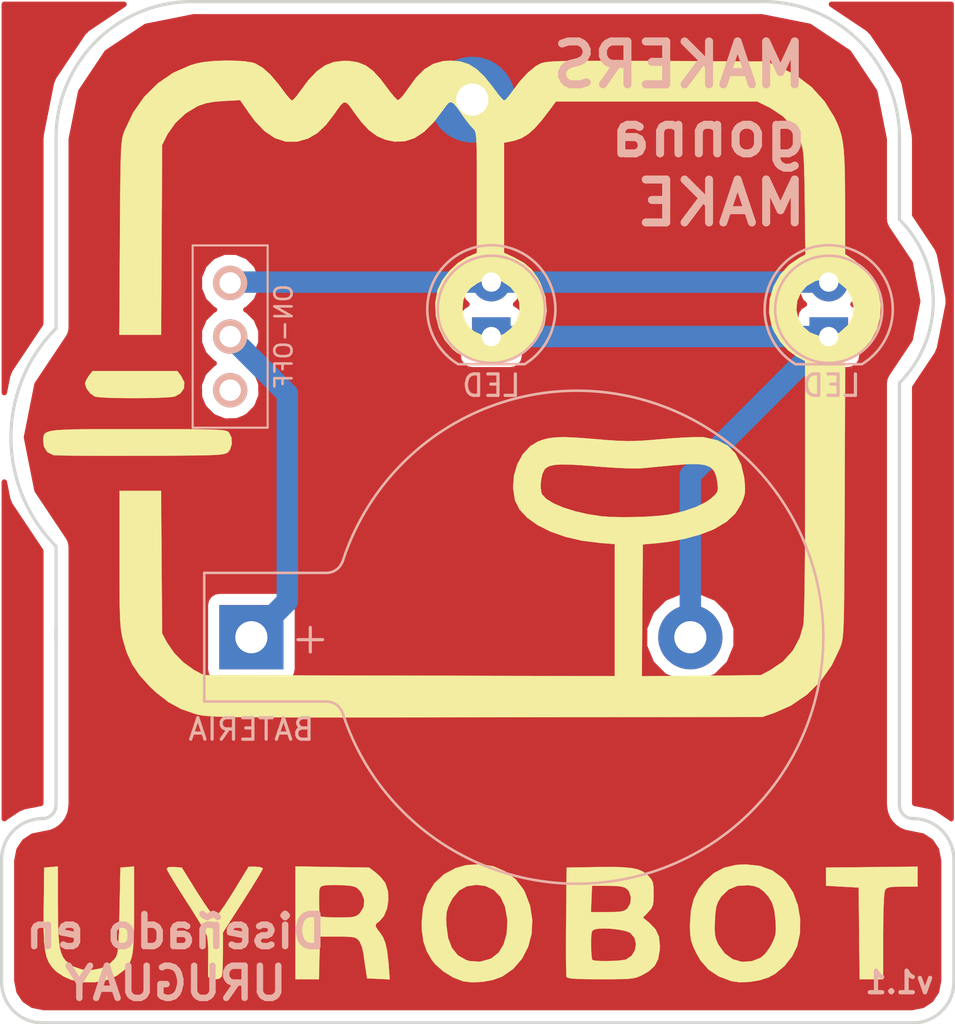
<source format=kicad_pcb>
(kicad_pcb (version 4) (host pcbnew 4.0.7-e2-6376~61~ubuntu18.04.1)

  (general
    (links 5)
    (no_connects 0)
    (area 106.604999 81.839999 151.205001 129.615001)
    (thickness 1.6)
    (drawings 24)
    (tracks 9)
    (zones 0)
    (modules 6)
    (nets 4)
  )

  (page A4)
  (layers
    (0 F.Cu signal)
    (31 B.Cu signal)
    (32 B.Adhes user)
    (33 F.Adhes user)
    (34 B.Paste user)
    (35 F.Paste user)
    (36 B.SilkS user)
    (37 F.SilkS user)
    (38 B.Mask user)
    (39 F.Mask user)
    (40 Dwgs.User user)
    (41 Cmts.User user)
    (42 Eco1.User user)
    (43 Eco2.User user)
    (44 Edge.Cuts user)
    (45 Margin user)
    (46 B.CrtYd user)
    (47 F.CrtYd user)
    (48 B.Fab user)
    (49 F.Fab user)
  )

  (setup
    (last_trace_width 1)
    (trace_clearance 0.2)
    (zone_clearance 0.508)
    (zone_45_only no)
    (trace_min 0.2)
    (segment_width 0.2)
    (edge_width 0.15)
    (via_size 0.6)
    (via_drill 0.4)
    (via_min_size 0.4)
    (via_min_drill 0.3)
    (uvia_size 0.3)
    (uvia_drill 0.1)
    (uvias_allowed no)
    (uvia_min_size 0.2)
    (uvia_min_drill 0.1)
    (pcb_text_width 0.3)
    (pcb_text_size 1.5 1.5)
    (mod_edge_width 0.15)
    (mod_text_size 1 1)
    (mod_text_width 0.15)
    (pad_size 6 6)
    (pad_drill 1)
    (pad_to_mask_clearance 0.2)
    (aux_axis_origin 0 0)
    (visible_elements FFFFFF7F)
    (pcbplotparams
      (layerselection 0x010f0_80000001)
      (usegerberextensions true)
      (excludeedgelayer true)
      (linewidth 0.100000)
      (plotframeref false)
      (viasonmask false)
      (mode 1)
      (useauxorigin false)
      (hpglpennumber 1)
      (hpglpenspeed 20)
      (hpglpendiameter 15)
      (hpglpenoverlay 2)
      (psnegative false)
      (psa4output false)
      (plotreference true)
      (plotvalue true)
      (plotinvisibletext false)
      (padsonsilk false)
      (subtractmaskfromsilk false)
      (outputformat 1)
      (mirror false)
      (drillshape 0)
      (scaleselection 1)
      (outputdirectory ./))
  )

  (net 0 "")
  (net 1 "Net-(BT1-Pad2)")
  (net 2 "Net-(BT1-Pad1)")
  (net 3 "Net-(D1-Pad2)")

  (net_class Default "This is the default net class."
    (clearance 0.2)
    (trace_width 1)
    (via_dia 0.6)
    (via_drill 0.4)
    (uvia_dia 0.3)
    (uvia_drill 0.1)
    (add_net "Net-(BT1-Pad1)")
    (add_net "Net-(BT1-Pad2)")
    (add_net "Net-(D1-Pad2)")
  )

  (module Battery:LOGO_UY (layer F.Cu) (tedit 5B2695D1) (tstamp 5B268197)
    (at 129.032 106.172)
    (fp_text reference "" (at 0 0) (layer F.SilkS) hide
      (effects (font (thickness 0.3)))
    )
    (fp_text value "" (at 0.75 0) (layer F.SilkS) hide
      (effects (font (thickness 0.3)))
    )
    (fp_poly (pts (xy -16.171333 18.073942) (xy -16.173743 18.77715) (xy -16.183383 19.333836) (xy -16.20387 19.766772)
      (xy -16.238819 20.098731) (xy -16.291847 20.352487) (xy -16.36657 20.55081) (xy -16.466604 20.716475)
      (xy -16.595566 20.872253) (xy -16.619874 20.898584) (xy -16.987957 21.179728) (xy -17.463453 21.374243)
      (xy -18.003909 21.474326) (xy -18.566874 21.472179) (xy -19.109893 21.36) (xy -19.117476 21.357504)
      (xy -19.4474 21.209959) (xy -19.756198 21.010081) (xy -19.859835 20.920451) (xy -20.025928 20.73749)
      (xy -20.155237 20.538397) (xy -20.251759 20.300529) (xy -20.31949 20.00124) (xy -20.362424 19.617887)
      (xy -20.384557 19.127825) (xy -20.389886 18.508409) (xy -20.385227 17.942893) (xy -20.362333 16.129)
      (xy -20.044833 16.102722) (xy -19.727333 16.076445) (xy -19.726861 17.838389) (xy -19.7224 18.545725)
      (xy -19.707396 19.105919) (xy -19.678783 19.540996) (xy -19.633497 19.872981) (xy -19.568472 20.123901)
      (xy -19.480644 20.315781) (xy -19.366947 20.470647) (xy -19.359385 20.479078) (xy -19.01867 20.738956)
      (xy -18.6023 20.882193) (xy -18.152813 20.910674) (xy -17.712748 20.826282) (xy -17.324646 20.6309)
      (xy -17.066352 20.377556) (xy -17.01038 20.290907) (xy -16.966867 20.187292) (xy -16.933621 20.04412)
      (xy -16.908452 19.838803) (xy -16.889167 19.54875) (xy -16.873574 19.151371) (xy -16.859482 18.624078)
      (xy -16.848667 18.13389) (xy -16.806333 16.129) (xy -16.488833 16.102722) (xy -16.171333 16.076445)
      (xy -16.171333 18.073942)) (layer F.SilkS) (width 0.01))
    (fp_poly (pts (xy 0.611698 16.072467) (xy 1.169902 16.312273) (xy 1.644559 16.677402) (xy 2.011999 17.156998)
      (xy 2.069871 17.264378) (xy 2.31582 17.911275) (xy 2.418966 18.570706) (xy 2.385903 19.218361)
      (xy 2.22323 19.829928) (xy 1.937541 20.381097) (xy 1.535432 20.847556) (xy 1.0235 21.204996)
      (xy 0.997001 21.218627) (xy 0.592206 21.365499) (xy 0.107217 21.456013) (xy -0.383038 21.481469)
      (xy -0.803636 21.433167) (xy -0.818505 21.429435) (xy -1.275616 21.252341) (xy -1.72531 20.976517)
      (xy -2.104374 20.64479) (xy -2.261309 20.451918) (xy -2.509248 20.0254) (xy -2.662004 19.581572)
      (xy -2.735018 19.065088) (xy -2.746908 18.711333) (xy -2.72278 18.45589) (xy -1.599393 18.45589)
      (xy -1.591603 18.796) (xy -1.512096 19.404278) (xy -1.332568 19.878311) (xy -1.050144 20.222552)
      (xy -0.66195 20.441449) (xy -0.497603 20.489985) (xy -0.027268 20.518344) (xy 0.444785 20.390541)
      (xy 0.522492 20.353414) (xy 0.844849 20.096801) (xy 1.080907 19.712883) (xy 1.221227 19.225237)
      (xy 1.256367 18.657445) (xy 1.249944 18.536357) (xy 1.149319 17.95838) (xy 0.942262 17.503194)
      (xy 0.634192 17.176861) (xy 0.230527 16.98544) (xy -0.18345 16.933333) (xy -0.634351 16.997121)
      (xy -0.99759 17.196432) (xy -1.291774 17.54319) (xy -1.381586 17.701052) (xy -1.508315 17.967852)
      (xy -1.576436 18.196099) (xy -1.599393 18.45589) (xy -2.72278 18.45589) (xy -2.680167 18.004756)
      (xy -2.477927 17.38287) (xy -2.149688 16.857964) (xy -1.704947 16.442327) (xy -1.153203 16.148248)
      (xy -0.660667 16.012238) (xy -0.006382 15.968837) (xy 0.611698 16.072467)) (layer F.SilkS) (width 0.01))
    (fp_poly (pts (xy 13.047256 16.050897) (xy 13.624263 16.264704) (xy 14.111276 16.621547) (xy 14.263475 16.783609)
      (xy 14.59286 17.289267) (xy 14.815651 17.889244) (xy 14.924423 18.540601) (xy 14.911753 19.200403)
      (xy 14.783023 19.788313) (xy 14.544464 20.27378) (xy 14.184721 20.722384) (xy 13.749413 21.084304)
      (xy 13.443355 21.251281) (xy 13.031558 21.381984) (xy 12.562038 21.459849) (xy 12.104552 21.47771)
      (xy 11.728857 21.428398) (xy 11.726333 21.427704) (xy 11.124903 21.204085) (xy 10.65159 20.891945)
      (xy 10.278714 20.469107) (xy 10.062139 20.094364) (xy 9.918319 19.783569) (xy 9.833353 19.529384)
      (xy 9.792186 19.262791) (xy 9.782601 18.994288) (xy 10.931786 18.994288) (xy 10.946462 19.261459)
      (xy 10.994018 19.470235) (xy 11.082638 19.675679) (xy 11.106617 19.722377) (xy 11.403387 20.132733)
      (xy 11.778575 20.403069) (xy 12.208234 20.525998) (xy 12.668413 20.494131) (xy 13.081 20.3314)
      (xy 13.283835 20.156232) (xy 13.492199 19.872611) (xy 13.575045 19.725956) (xy 13.699958 19.465366)
      (xy 13.767331 19.248764) (xy 13.789318 19.008642) (xy 13.778073 18.677495) (xy 13.774443 18.618501)
      (xy 13.720179 18.138047) (xy 13.613894 17.773113) (xy 13.435087 17.472842) (xy 13.217432 17.236788)
      (xy 12.998211 17.0708) (xy 12.742273 16.983129) (xy 12.501888 16.952105) (xy 12.000066 16.977979)
      (xy 11.585401 17.148069) (xy 11.252289 17.464926) (xy 11.19413 17.547387) (xy 11.079649 17.746673)
      (xy 11.007746 17.956947) (xy 10.965855 18.231316) (xy 10.941803 18.613655) (xy 10.931786 18.994288)
      (xy 9.782601 18.994288) (xy 9.779762 18.914769) (xy 9.779383 18.798049) (xy 9.820298 18.143735)
      (xy 9.951595 17.600992) (xy 10.186457 17.130682) (xy 10.459809 16.778018) (xy 10.891797 16.386759)
      (xy 11.373856 16.133002) (xy 11.937774 16.003524) (xy 12.379296 15.979719) (xy 13.047256 16.050897)) (layer F.SilkS) (width 0.01))
    (fp_poly (pts (xy -10.281759 16.106682) (xy -10.167311 16.156553) (xy -10.16 16.175003) (xy -10.203962 16.270079)
      (xy -10.326644 16.484217) (xy -10.514242 16.794656) (xy -10.752953 17.17864) (xy -11.028972 17.613408)
      (xy -11.091333 17.710507) (xy -12.022667 19.157674) (xy -12.022667 20.112912) (xy -12.027051 20.509306)
      (xy -12.038933 20.851021) (xy -12.056411 21.097712) (xy -12.074059 21.202075) (xy -12.184038 21.302599)
      (xy -12.368136 21.342169) (xy -12.558982 21.322293) (xy -12.689205 21.244478) (xy -12.710342 21.187833)
      (xy -12.713146 21.039539) (xy -12.711793 20.770169) (xy -12.706643 20.427919) (xy -12.703517 20.277667)
      (xy -12.706377 19.902351) (xy -12.728893 19.563162) (xy -12.766654 19.316517) (xy -12.782969 19.261667)
      (xy -12.858769 19.111658) (xy -13.011342 18.847557) (xy -13.224178 18.49659) (xy -13.480767 18.085986)
      (xy -13.763461 17.644725) (xy -14.038965 17.214769) (xy -14.279419 16.829718) (xy -14.470493 16.51333)
      (xy -14.597853 16.289368) (xy -14.647169 16.181591) (xy -14.647333 16.179356) (xy -14.567934 16.111397)
      (xy -14.331344 16.100529) (xy -14.294134 16.102965) (xy -13.940935 16.129) (xy -13.214634 17.292929)
      (xy -12.927423 17.740254) (xy -12.686778 18.088902) (xy -12.503621 18.324125) (xy -12.388871 18.431175)
      (xy -12.368245 18.435929) (xy -12.285294 18.359787) (xy -12.133649 18.162921) (xy -11.930881 17.870321)
      (xy -11.694558 17.506977) (xy -11.535031 17.250833) (xy -10.821906 16.086667) (xy -10.490953 16.086667)
      (xy -10.281759 16.106682)) (layer F.SilkS) (width 0.01))
    (fp_poly (pts (xy -6.914672 16.101592) (xy -5.193343 16.129) (xy -4.882583 16.36621) (xy -4.65461 16.577105)
      (xy -4.468656 16.810934) (xy -4.432816 16.872228) (xy -4.318228 17.229502) (xy -4.297248 17.632893)
      (xy -4.361192 18.032844) (xy -4.501377 18.3798) (xy -4.709117 18.624204) (xy -4.743997 18.647979)
      (xy -4.874462 18.753833) (xy -4.891771 18.868406) (xy -4.792188 19.035307) (xy -4.701227 19.147461)
      (xy -4.548159 19.373409) (xy -4.436269 19.654234) (xy -4.35612 20.024766) (xy -4.298276 20.519833)
      (xy -4.284916 20.683854) (xy -4.234813 21.344042) (xy -4.762733 21.318854) (xy -5.290653 21.293667)
      (xy -5.350864 20.912667) (xy -5.401701 20.572678) (xy -5.45197 20.209235) (xy -5.461845 20.133149)
      (xy -5.526327 19.847276) (xy -5.627887 19.603275) (xy -5.669656 19.540482) (xy -5.75569 19.45077)
      (xy -5.863193 19.393863) (xy -6.029722 19.362399) (xy -6.292836 19.349013) (xy -6.659849 19.346333)
      (xy -7.493 19.346333) (xy -7.516854 20.341167) (xy -7.540707 21.336) (xy -8.636 21.336)
      (xy -8.636 17.682835) (xy -7.535333 17.682835) (xy -7.528565 18.00278) (xy -7.510633 18.25382)
      (xy -7.485097 18.390677) (xy -7.478889 18.400889) (xy -7.374618 18.425462) (xy -7.14163 18.444624)
      (xy -6.82052 18.455681) (xy -6.628374 18.457333) (xy -6.249613 18.453728) (xy -5.998851 18.437205)
      (xy -5.834808 18.399201) (xy -5.716206 18.331154) (xy -5.626485 18.249515) (xy -5.452469 17.966926)
      (xy -5.424351 17.642816) (xy -5.542362 17.322) (xy -5.62119 17.215328) (xy -5.743215 17.092609)
      (xy -5.88036 17.017908) (xy -6.081044 16.975896) (xy -6.393688 16.951244) (xy -6.467607 16.947365)
      (xy -6.811116 16.938299) (xy -7.11313 16.944855) (xy -7.312676 16.965559) (xy -7.323416 16.968038)
      (xy -7.429717 17.004229) (xy -7.492824 17.071969) (xy -7.523966 17.209135) (xy -7.534371 17.453598)
      (xy -7.535333 17.682835) (xy -8.636 17.682835) (xy -8.636 16.074185) (xy -6.914672 16.101592)) (layer F.SilkS) (width 0.01))
    (fp_poly (pts (xy 6.633262 16.111881) (xy 7.028217 16.146964) (xy 7.328793 16.208731) (xy 7.559793 16.301551)
      (xy 7.746019 16.429798) (xy 7.845592 16.524535) (xy 7.975444 16.677857) (xy 8.047849 16.833166)
      (xy 8.079142 17.047079) (xy 8.085667 17.356667) (xy 8.078596 17.67763) (xy 8.046055 17.886713)
      (xy 7.971048 18.041157) (xy 7.836581 18.198203) (xy 7.83547 18.199363) (xy 7.585274 18.460511)
      (xy 7.88725 18.709426) (xy 8.171437 19.006387) (xy 8.328481 19.343929) (xy 8.375101 19.765778)
      (xy 8.366874 19.963817) (xy 8.294523 20.393761) (xy 8.130124 20.715477) (xy 7.844498 20.972081)
      (xy 7.582209 21.123265) (xy 7.42615 21.198689) (xy 7.279452 21.253808) (xy 7.112687 21.291799)
      (xy 6.89643 21.315838) (xy 6.601254 21.3291) (xy 6.197734 21.334761) (xy 5.656444 21.335997)
      (xy 5.611052 21.336) (xy 5.024662 21.332963) (xy 4.590185 21.32308) (xy 4.290293 21.305188)
      (xy 4.107661 21.278126) (xy 4.024963 21.240732) (xy 4.017698 21.229189) (xy 4.008036 21.120145)
      (xy 4.000694 20.863859) (xy 3.995828 20.48241) (xy 3.993596 19.997877) (xy 3.993875 19.714835)
      (xy 5.164667 19.714835) (xy 5.171435 20.03478) (xy 5.189367 20.28582) (xy 5.214903 20.422677)
      (xy 5.221111 20.432889) (xy 5.33748 20.465574) (xy 5.57368 20.483769) (xy 5.880897 20.488225)
      (xy 6.210315 20.479697) (xy 6.513119 20.458936) (xy 6.740496 20.426697) (xy 6.805727 20.408446)
      (xy 7.060982 20.234682) (xy 7.2139 19.976582) (xy 7.257847 19.681944) (xy 7.186187 19.398571)
      (xy 6.992284 19.174262) (xy 6.978358 19.164862) (xy 6.77312 19.085185) (xy 6.457845 19.021334)
      (xy 6.09155 18.979466) (xy 5.733255 18.965743) (xy 5.441979 18.986322) (xy 5.383148 18.998391)
      (xy 5.273623 19.0346) (xy 5.208593 19.100456) (xy 5.176481 19.233923) (xy 5.165709 19.472966)
      (xy 5.164667 19.714835) (xy 3.993875 19.714835) (xy 3.994154 19.432338) (xy 3.99766 18.807872)
      (xy 3.999189 18.625689) (xy 4.002991 18.203333) (xy 5.157248 18.203333) (xy 5.922957 18.203333)
      (xy 6.30328 18.198024) (xy 6.554541 18.177258) (xy 6.716811 18.133779) (xy 6.830164 18.06033)
      (xy 6.858 18.034) (xy 6.997216 17.790656) (xy 7.021487 17.500915) (xy 6.931343 17.234611)
      (xy 6.851198 17.138844) (xy 6.729292 17.057553) (xy 6.556865 17.008378) (xy 6.29317 16.984098)
      (xy 5.941031 16.977555) (xy 5.207 16.975667) (xy 5.157248 18.203333) (xy 4.002991 18.203333)
      (xy 4.021667 16.129) (xy 5.461 16.104278) (xy 6.119124 16.099109) (xy 6.633262 16.111881)) (layer F.SilkS) (width 0.01))
    (fp_poly (pts (xy 20.404667 17.018) (xy 19.687979 17.018) (xy 19.330029 17.022817) (xy 19.104023 17.042323)
      (xy 18.97272 17.0841) (xy 18.898879 17.155732) (xy 18.883645 17.181767) (xy 18.854818 17.321716)
      (xy 18.830969 17.614238) (xy 18.812778 18.042626) (xy 18.800922 18.590174) (xy 18.79608 19.240177)
      (xy 18.796 19.340767) (xy 18.796 21.336) (xy 17.698241 21.336) (xy 17.67562 19.198167)
      (xy 17.653 17.060333) (xy 16.129 16.975667) (xy 16.129 16.129) (xy 18.266833 16.106379)
      (xy 20.404667 16.083759) (xy 20.404667 17.018)) (layer F.SilkS) (width 0.01))
    (fp_poly (pts (xy -11.436215 -21.50093) (xy -10.995665 -21.470585) (xy -10.651278 -21.415665) (xy -10.517114 -21.374042)
      (xy -10.169411 -21.174928) (xy -9.812086 -20.857107) (xy -9.426909 -20.403211) (xy -9.255328 -20.171833)
      (xy -9.064823 -19.920013) (xy -8.905247 -19.733201) (xy -8.806077 -19.645367) (xy -8.796157 -19.642667)
      (xy -8.709009 -19.707228) (xy -8.566084 -19.874027) (xy -8.443755 -20.04188) (xy -8.02857 -20.598808)
      (xy -7.638196 -21.008065) (xy -7.249324 -21.284332) (xy -6.838642 -21.44229) (xy -6.382839 -21.496619)
      (xy -6.143755 -21.490363) (xy -5.724644 -21.426874) (xy -5.36046 -21.280743) (xy -5.020677 -21.031226)
      (xy -4.674769 -20.657575) (xy -4.416554 -20.316521) (xy -4.206056 -20.035192) (xy -4.021946 -19.812419)
      (xy -3.892149 -19.680994) (xy -3.857484 -19.660019) (xy -3.763818 -19.714263) (xy -3.612016 -19.880505)
      (xy -3.431328 -20.125701) (xy -3.389212 -20.189094) (xy -2.995444 -20.725944) (xy -2.6043 -21.110431)
      (xy -2.192994 -21.35761) (xy -1.738743 -21.482534) (xy -1.397 -21.505334) (xy -0.94822 -21.467502)
      (xy -0.55285 -21.34248) (xy -0.18434 -21.112977) (xy 0.183861 -20.761703) (xy 0.578304 -20.271367)
      (xy 0.650672 -20.171833) (xy 0.841177 -19.920013) (xy 1.000753 -19.733201) (xy 1.099923 -19.645367)
      (xy 1.109843 -19.642667) (xy 1.196991 -19.707228) (xy 1.339916 -19.874027) (xy 1.462245 -20.04188)
      (xy 1.837898 -20.53986) (xy 2.215543 -20.947401) (xy 2.57119 -21.240956) (xy 2.823001 -21.37762)
      (xy 2.912586 -21.405815) (xy 3.030425 -21.429622) (xy 3.189774 -21.449311) (xy 3.40389 -21.465148)
      (xy 3.686031 -21.477402) (xy 4.049453 -21.486342) (xy 4.507413 -21.492234) (xy 5.073167 -21.495348)
      (xy 5.759974 -21.495951) (xy 6.581089 -21.494312) (xy 7.54977 -21.490698) (xy 8.255 -21.487464)
      (xy 13.335 -21.463) (xy 13.917288 -21.2299) (xy 14.740423 -20.813257) (xy 15.458085 -20.268122)
      (xy 16.059836 -19.603988) (xy 16.518027 -18.864765) (xy 16.65338 -18.581396) (xy 16.762039 -18.308985)
      (xy 16.84688 -18.024654) (xy 16.910777 -17.705526) (xy 16.956608 -17.328724) (xy 16.987248 -16.871371)
      (xy 17.005572 -16.31059) (xy 17.014456 -15.623505) (xy 17.016748 -14.897332) (xy 17.018 -12.48033)
      (xy 17.460689 -12.187998) (xy 17.961794 -11.767115) (xy 18.331222 -11.269497) (xy 18.569723 -10.719043)
      (xy 18.678048 -10.139655) (xy 18.656947 -9.555235) (xy 18.50717 -8.989682) (xy 18.229467 -8.466899)
      (xy 17.82459 -8.010786) (xy 17.318504 -7.658658) (xy 17.023018 -7.499529) (xy 16.999342 -1.061598)
      (xy 16.994887 0.134553) (xy 16.990678 1.173458) (xy 16.986346 2.067207) (xy 16.981518 2.827884)
      (xy 16.975823 3.467579) (xy 16.968891 3.998378) (xy 16.960349 4.432369) (xy 16.949826 4.781638)
      (xy 16.936952 5.058273) (xy 16.921354 5.274362) (xy 16.902662 5.441991) (xy 16.880504 5.573249)
      (xy 16.854509 5.680221) (xy 16.824305 5.774997) (xy 16.789522 5.869662) (xy 16.786154 5.878589)
      (xy 16.387614 6.711226) (xy 15.863148 7.447103) (xy 15.227834 8.07129) (xy 14.496751 8.568857)
      (xy 13.722107 8.912416) (xy 13.165667 9.101667) (xy 0.254 9.11885) (xy -1.476012 9.1211)
      (xy -3.044995 9.122964) (xy -4.461254 9.124354) (xy -5.733092 9.125177) (xy -6.868814 9.125346)
      (xy -7.876725 9.12477) (xy -8.765128 9.12336) (xy -9.542328 9.121026) (xy -10.216628 9.117677)
      (xy -10.796334 9.113225) (xy -11.28975 9.10758) (xy -11.70518 9.100651) (xy -12.050927 9.092349)
      (xy -12.335297 9.082585) (xy -12.566594 9.071269) (xy -12.753121 9.05831) (xy -12.903184 9.043619)
      (xy -13.025085 9.027107) (xy -13.127131 9.008683) (xy -13.217625 8.988259) (xy -13.27901 8.9726)
      (xy -13.959027 8.739813) (xy -14.57098 8.407351) (xy -15.158185 7.94922) (xy -15.453114 7.667855)
      (xy -15.916106 7.153985) (xy -16.256749 6.652122) (xy -16.507583 6.105841) (xy -16.681184 5.538433)
      (xy -16.725012 5.354666) (xy -16.76052 5.167778) (xy -16.788569 4.958116) (xy -16.810023 4.706028)
      (xy -16.825744 4.391859) (xy -16.836594 3.995957) (xy -16.843436 3.498669) (xy -16.847133 2.88034)
      (xy -16.848546 2.121319) (xy -16.848667 1.722123) (xy -16.848667 -1.439333) (xy -14.908706 -1.439333)
      (xy -14.883853 1.883833) (xy -14.859 5.207) (xy -14.633295 5.630333) (xy -14.300434 6.115968)
      (xy -13.858784 6.563387) (xy -13.367655 6.913986) (xy -13.292667 6.954979) (xy -12.911667 7.154333)
      (xy 6.265333 7.199493) (xy 6.265333 1.040981) (xy 5.562268 0.986939) (xy 4.731217 0.881118)
      (xy 3.959004 0.701109) (xy 3.263735 0.456057) (xy 2.663515 0.155112) (xy 2.17645 -0.19258)
      (xy 1.820646 -0.577871) (xy 1.61421 -0.991612) (xy 1.608802 -1.010467) (xy 1.521697 -1.578426)
      (xy 1.524565 -1.618861) (xy 2.806787 -1.618861) (xy 2.843604 -1.351236) (xy 2.870638 -1.285002)
      (xy 3.064047 -1.072198) (xy 3.400718 -0.862955) (xy 3.854686 -0.666901) (xy 4.399988 -0.493666)
      (xy 5.010661 -0.35288) (xy 5.64542 -0.25591) (xy 6.080029 -0.224203) (xy 6.618299 -0.211804)
      (xy 7.20767 -0.217341) (xy 7.795586 -0.239444) (xy 8.329488 -0.276741) (xy 8.75682 -0.327859)
      (xy 8.820257 -0.338769) (xy 9.496268 -0.495541) (xy 10.082904 -0.697146) (xy 10.549599 -0.931851)
      (xy 10.758122 -1.082646) (xy 10.960092 -1.26446) (xy 11.059228 -1.404174) (xy 11.083219 -1.567568)
      (xy 11.061719 -1.803865) (xy 11.002767 -2.130408) (xy 10.900199 -2.374196) (xy 10.73376 -2.543369)
      (xy 10.483193 -2.646065) (xy 10.128243 -2.690422) (xy 9.648654 -2.684579) (xy 9.02417 -2.636675)
      (xy 8.995667 -2.633977) (xy 8.540548 -2.590836) (xy 8.089147 -2.548319) (xy 7.701295 -2.512047)
      (xy 7.486902 -2.492214) (xy 7.234699 -2.484417) (xy 6.852406 -2.491892) (xy 6.378419 -2.512983)
      (xy 5.851134 -2.546035) (xy 5.381619 -2.582997) (xy 4.700242 -2.637342) (xy 4.165867 -2.667547)
      (xy 3.757727 -2.672452) (xy 3.455056 -2.650897) (xy 3.237089 -2.601722) (xy 3.083059 -2.523768)
      (xy 3.000861 -2.450023) (xy 2.89361 -2.241569) (xy 2.826187 -1.940077) (xy 2.806787 -1.618861)
      (xy 1.524565 -1.618861) (xy 1.561933 -2.145536) (xy 1.717055 -2.679754) (xy 1.974603 -3.149038)
      (xy 2.322123 -3.521344) (xy 2.667 -3.732458) (xy 2.92302 -3.829721) (xy 3.193842 -3.896661)
      (xy 3.507185 -3.934546) (xy 3.890763 -3.94465) (xy 4.372295 -3.928242) (xy 4.979496 -3.886593)
      (xy 5.35196 -3.855568) (xy 5.941815 -3.806661) (xy 6.41393 -3.77532) (xy 6.818985 -3.761544)
      (xy 7.207659 -3.765329) (xy 7.630631 -3.786672) (xy 8.138581 -3.82557) (xy 8.483204 -3.855388)
      (xy 9.010386 -3.897009) (xy 9.509309 -3.927368) (xy 9.943397 -3.944914) (xy 10.276071 -3.948098)
      (xy 10.449377 -3.938672) (xy 11.057842 -3.798535) (xy 11.542562 -3.54731) (xy 11.908869 -3.179176)
      (xy 12.162093 -2.688309) (xy 12.307562 -2.06889) (xy 12.328351 -1.886504) (xy 12.351004 -1.541613)
      (xy 12.334296 -1.288525) (xy 12.267176 -1.052091) (xy 12.173279 -0.832121) (xy 11.895969 -0.386794)
      (xy 11.495149 -0.00929) (xy 10.951285 0.317849) (xy 10.812667 0.383802) (xy 10.239173 0.601768)
      (xy 9.558701 0.788358) (xy 8.832806 0.928634) (xy 8.297333 0.994306) (xy 7.577667 1.058333)
      (xy 7.555439 4.131794) (xy 7.533212 7.205256) (xy 10.307106 7.179794) (xy 13.081 7.154333)
      (xy 13.528408 6.9186) (xy 14.119792 6.517476) (xy 14.581375 6.0089) (xy 14.907313 5.400786)
      (xy 15.069405 4.832652) (xy 15.08674 4.65377) (xy 15.102393 4.314072) (xy 15.116249 3.82207)
      (xy 15.128196 3.186274) (xy 15.138117 2.415194) (xy 15.145899 1.517341) (xy 15.151427 0.501225)
      (xy 15.154586 -0.624642) (xy 15.155333 -1.556868) (xy 15.155333 -7.493291) (xy 14.761708 -7.702109)
      (xy 14.356699 -7.995001) (xy 13.988012 -8.404812) (xy 13.698023 -8.879233) (xy 13.585814 -9.153592)
      (xy 13.468619 -9.762635) (xy 13.475815 -9.887153) (xy 14.744968 -9.887153) (xy 14.827065 -9.486547)
      (xy 15.035292 -9.124399) (xy 15.372643 -8.833334) (xy 15.397355 -8.818669) (xy 15.801015 -8.667253)
      (xy 16.230123 -8.644114) (xy 16.627631 -8.748924) (xy 16.764861 -8.8265) (xy 17.14503 -9.166251)
      (xy 17.364675 -9.556105) (xy 17.422045 -9.990869) (xy 17.316781 -10.461708) (xy 17.082974 -10.856978)
      (xy 16.745666 -11.137607) (xy 16.338182 -11.288688) (xy 15.893846 -11.295311) (xy 15.617963 -11.221674)
      (xy 15.225497 -10.993479) (xy 14.947178 -10.673244) (xy 14.786004 -10.293594) (xy 14.744968 -9.887153)
      (xy 13.475815 -9.887153) (xy 13.504268 -10.379485) (xy 13.680449 -10.974553) (xy 13.984855 -11.518248)
      (xy 14.405175 -11.980981) (xy 14.903021 -12.319873) (xy 15.168824 -12.457325) (xy 15.137571 -14.885829)
      (xy 15.127717 -15.597523) (xy 15.117434 -16.162041) (xy 15.105036 -16.601535) (xy 15.088836 -16.938156)
      (xy 15.067149 -17.194058) (xy 15.038287 -17.391393) (xy 15.000566 -17.552312) (xy 14.952299 -17.698969)
      (xy 14.916336 -17.792454) (xy 14.587502 -18.397769) (xy 14.12564 -18.900606) (xy 13.538216 -19.293008)
      (xy 13.480622 -19.322056) (xy 12.915491 -19.600333) (xy 3.522407 -19.600333) (xy 3.242123 -19.219333)
      (xy 2.855923 -18.716484) (xy 2.524495 -18.341725) (xy 2.222113 -18.07417) (xy 1.923053 -17.892935)
      (xy 1.601588 -17.777132) (xy 1.414228 -17.735313) (xy 1.100667 -17.676488) (xy 1.100667 -12.54308)
      (xy 1.545167 -12.33874) (xy 2.02797 -12.073828) (xy 2.390597 -11.761566) (xy 2.682204 -11.354353)
      (xy 2.810083 -11.11383) (xy 3.033102 -10.483719) (xy 3.094345 -9.841855) (xy 2.993075 -9.210459)
      (xy 2.882956 -8.909464) (xy 2.621137 -8.47475) (xy 2.247666 -8.063639) (xy 1.812559 -7.722296)
      (xy 1.365832 -7.496886) (xy 1.344718 -7.489696) (xy 0.721475 -7.368526) (xy 0.080507 -7.399663)
      (xy -0.540733 -7.575322) (xy -1.104792 -7.887719) (xy -1.293351 -8.038024) (xy -1.664809 -8.470646)
      (xy -1.931645 -9.003317) (xy -2.083706 -9.595555) (xy -2.097866 -9.914608) (xy -0.838463 -9.914608)
      (xy -0.770367 -9.503732) (xy -0.612255 -9.17151) (xy -0.311002 -8.884317) (xy 0.081527 -8.700983)
      (xy 0.51423 -8.633696) (xy 0.936007 -8.694648) (xy 1.100494 -8.762911) (xy 1.421995 -9.012585)
      (xy 1.676668 -9.368398) (xy 1.821356 -9.768815) (xy 1.826411 -9.797929) (xy 1.814539 -10.222892)
      (xy 1.658846 -10.619412) (xy 1.38481 -10.955641) (xy 1.01791 -11.19973) (xy 0.611454 -11.31666)
      (xy 0.252218 -11.287321) (xy -0.126424 -11.136643) (xy -0.466722 -10.894018) (xy -0.662976 -10.668)
      (xy -0.803398 -10.324298) (xy -0.838463 -9.914608) (xy -2.097866 -9.914608) (xy -2.110838 -10.206877)
      (xy -2.002886 -10.796797) (xy -1.992971 -10.827385) (xy -1.778707 -11.265421) (xy -1.449155 -11.697144)
      (xy -1.051725 -12.070855) (xy -0.63383 -12.334853) (xy -0.59437 -12.352528) (xy -0.169333 -12.535374)
      (xy -0.169333 -15.356231) (xy -0.169619 -16.121646) (xy -0.171197 -16.735653) (xy -0.175145 -17.216178)
      (xy -0.182545 -17.581148) (xy -0.194475 -17.848487) (xy -0.212016 -18.036122) (xy -0.236246 -18.161979)
      (xy -0.268247 -18.243983) (xy -0.309098 -18.300061) (xy -0.348961 -18.338378) (xy -0.490825 -18.492976)
      (xy -0.680036 -18.733699) (xy -0.848058 -18.968744) (xy -1.079729 -19.300586) (xy -1.245846 -19.499193)
      (xy -1.373144 -19.573307) (xy -1.488355 -19.53167) (xy -1.618213 -19.383023) (xy -1.710991 -19.250908)
      (xy -2.175443 -18.639662) (xy -2.626562 -18.188887) (xy -3.077213 -17.891757) (xy -3.540264 -17.74145)
      (xy -4.02858 -17.73114) (xy -4.423223 -17.81236) (xy -4.820864 -17.979715) (xy -5.195764 -18.252904)
      (xy -5.570715 -18.651949) (xy -5.923747 -19.130368) (xy -6.116258 -19.401988) (xy -6.259639 -19.543421)
      (xy -6.386705 -19.551817) (xy -6.530268 -19.424325) (xy -6.72314 -19.158094) (xy -6.792753 -19.05487)
      (xy -7.20695 -18.510466) (xy -7.622688 -18.118818) (xy -8.06073 -17.864442) (xy -8.541842 -17.731856)
      (xy -8.573105 -17.727357) (xy -9.09707 -17.730557) (xy -9.594305 -17.890397) (xy -10.07091 -18.210452)
      (xy -10.532985 -18.694298) (xy -10.773006 -19.016814) (xy -11.218333 -19.661099) (xy -11.987712 -19.622069)
      (xy -12.459123 -19.583407) (xy -12.826381 -19.513876) (xy -13.153747 -19.400232) (xy -13.232015 -19.365611)
      (xy -13.764039 -19.041015) (xy -14.237114 -18.598533) (xy -14.60086 -18.086997) (xy -14.65177 -17.989459)
      (xy -14.859 -17.568333) (xy -14.905706 -8.720667) (xy -16.856919 -8.720667) (xy -16.829543 -13.229167)
      (xy -16.82336 -14.2188) (xy -16.817403 -15.054014) (xy -16.811035 -15.749719) (xy -16.803618 -16.320828)
      (xy -16.794516 -16.782251) (xy -16.783092 -17.1489) (xy -16.768708 -17.435687) (xy -16.750728 -17.657522)
      (xy -16.728514 -17.829318) (xy -16.701429 -17.965986) (xy -16.668836 -18.082437) (xy -16.630099 -18.193583)
      (xy -16.615816 -18.231749) (xy -16.214365 -19.078337) (xy -15.693984 -19.818802) (xy -15.067041 -20.441607)
      (xy -14.345902 -20.935214) (xy -13.542933 -21.288084) (xy -13.245905 -21.37593) (xy -12.877773 -21.4442)
      (xy -12.422976 -21.487769) (xy -11.927221 -21.506668) (xy -11.436215 -21.50093)) (layer F.SilkS) (width 0.01))
    (fp_poly (pts (xy -16.009825 -4.318) (xy -15.987289 -4.318) (xy -15.045063 -4.317705) (xy -14.257695 -4.316467)
      (xy -13.610711 -4.31376) (xy -13.089635 -4.309054) (xy -12.679993 -4.301824) (xy -12.36731 -4.291541)
      (xy -12.137112 -4.277678) (xy -11.974924 -4.259706) (xy -11.866271 -4.237099) (xy -11.796678 -4.209329)
      (xy -11.751671 -4.175868) (xy -11.739456 -4.163167) (xy -11.621632 -3.923309) (xy -11.606562 -3.630652)
      (xy -11.691079 -3.361175) (xy -11.777475 -3.251622) (xy -11.826324 -3.213772) (xy -11.891817 -3.182257)
      (xy -11.988992 -3.156436) (xy -12.132887 -3.135668) (xy -12.338542 -3.119312) (xy -12.620994 -3.106725)
      (xy -12.995282 -3.097267) (xy -13.476445 -3.090296) (xy -14.079521 -3.08517) (xy -14.819549 -3.081249)
      (xy -15.711567 -3.077891) (xy -15.862642 -3.077386) (xy -16.665124 -3.075645) (xy -17.419358 -3.075776)
      (xy -18.107679 -3.077649) (xy -18.712425 -3.081135) (xy -19.215931 -3.086103) (xy -19.600533 -3.092425)
      (xy -19.848567 -3.099971) (xy -19.939 -3.107293) (xy -20.221557 -3.25171) (xy -20.375851 -3.505408)
      (xy -20.404667 -3.725333) (xy -20.40567 -3.856505) (xy -20.399675 -3.966771) (xy -20.37318 -4.057941)
      (xy -20.31268 -4.131827) (xy -20.204671 -4.190242) (xy -20.03565 -4.234998) (xy -19.792112 -4.267905)
      (xy -19.460554 -4.290776) (xy -19.027472 -4.305423) (xy -18.479362 -4.313657) (xy -17.80272 -4.31729)
      (xy -16.984042 -4.318134) (xy -16.009825 -4.318)) (layer F.SilkS) (width 0.01))
    (fp_poly (pts (xy -13.976145 -6.804249) (xy -13.825136 -6.507014) (xy -13.83591 -6.228038) (xy -14.001063 -5.992555)
      (xy -14.257579 -5.845329) (xy -14.418119 -5.81713) (xy -14.713842 -5.794867) (xy -15.11172 -5.778575)
      (xy -15.57873 -5.768289) (xy -16.081847 -5.764045) (xy -16.588046 -5.765879) (xy -17.064301 -5.773826)
      (xy -17.477588 -5.787922) (xy -17.794882 -5.808203) (xy -17.983158 -5.834704) (xy -18.003774 -5.841287)
      (xy -18.211041 -5.986274) (xy -18.380175 -6.205186) (xy -18.456824 -6.426026) (xy -18.457333 -6.442088)
      (xy -18.407509 -6.602267) (xy -18.287101 -6.797517) (xy -18.281855 -6.804249) (xy -18.106377 -7.027333)
      (xy -14.151624 -7.027333) (xy -13.976145 -6.804249)) (layer F.SilkS) (width 0.01))
  )

  (module LEDs:LED_D5.0mm (layer B.Cu) (tedit 5B269653) (tstamp 5B268FDC)
    (at 129.54 97.536 90)
    (descr "LED, diameter 5.0mm, 2 pins, http://cdn-reichelt.de/documents/datenblatt/A500/LL-504BC2E-009.pdf")
    (tags "LED diameter 5.0mm 2 pins")
    (path /5B268C3E)
    (fp_text reference LED (at -2.286 0 360) (layer B.SilkS)
      (effects (font (size 1 1) (thickness 0.15)) (justify mirror))
    )
    (fp_text value LED (at 1.27 -3.96 90) (layer B.Fab) hide
      (effects (font (size 1 1) (thickness 0.15)) (justify mirror))
    )
    (fp_arc (start 1.27 0) (end -1.23 1.469694) (angle -299.1) (layer B.Fab) (width 0.1))
    (fp_arc (start 1.27 0) (end -1.29 1.54483) (angle -148.9) (layer B.SilkS) (width 0.12))
    (fp_arc (start 1.27 0) (end -1.29 -1.54483) (angle 148.9) (layer B.SilkS) (width 0.12))
    (fp_circle (center 1.27 0) (end 3.77 0) (layer B.Fab) (width 0.1))
    (fp_circle (center 1.27 0) (end 3.77 0) (layer B.SilkS) (width 0.12))
    (fp_line (start -1.23 1.469694) (end -1.23 -1.469694) (layer B.Fab) (width 0.1))
    (fp_line (start -1.29 1.545) (end -1.29 -1.545) (layer B.SilkS) (width 0.12))
    (fp_line (start -1.95 3.25) (end -1.95 -3.25) (layer B.CrtYd) (width 0.05))
    (fp_line (start -1.95 -3.25) (end 4.5 -3.25) (layer B.CrtYd) (width 0.05))
    (fp_line (start 4.5 -3.25) (end 4.5 3.25) (layer B.CrtYd) (width 0.05))
    (fp_line (start 4.5 3.25) (end -1.95 3.25) (layer B.CrtYd) (width 0.05))
    (fp_text user %R (at 1.25 0 90) (layer B.Fab)
      (effects (font (size 0.8 0.8) (thickness 0.2)) (justify mirror))
    )
    (pad 1 thru_hole rect (at 0 0 90) (size 1.8 1.8) (drill 0.9) (layers *.Cu *.Mask)
      (net 1 "Net-(BT1-Pad2)"))
    (pad 2 thru_hole circle (at 2.54 0 90) (size 1.8 1.8) (drill 0.9) (layers *.Cu *.Mask)
      (net 3 "Net-(D1-Pad2)"))
    (model ${KISYS3DMOD}/LEDs.3dshapes/LED_D5.0mm.wrl
      (at (xyz 0 0 0))
      (scale (xyz 0.393701 0.393701 0.393701))
      (rotate (xyz 0 0 0))
    )
  )

  (module LEDs:LED_D5.0mm (layer B.Cu) (tedit 5B2696D2) (tstamp 5B268FE2)
    (at 145.288 97.536 90)
    (descr "LED, diameter 5.0mm, 2 pins, http://cdn-reichelt.de/documents/datenblatt/A500/LL-504BC2E-009.pdf")
    (tags "LED diameter 5.0mm 2 pins")
    (path /5B268C5F)
    (fp_text reference LED (at -2.286 0.127 180) (layer B.SilkS)
      (effects (font (size 1 1) (thickness 0.15)) (justify mirror))
    )
    (fp_text value LED (at 1.27 -3.96 90) (layer B.Fab) hide
      (effects (font (size 1 1) (thickness 0.15)) (justify mirror))
    )
    (fp_arc (start 1.27 0) (end -1.23 1.469694) (angle -299.1) (layer B.Fab) (width 0.1))
    (fp_arc (start 1.27 0) (end -1.29 1.54483) (angle -148.9) (layer B.SilkS) (width 0.12))
    (fp_arc (start 1.27 0) (end -1.29 -1.54483) (angle 148.9) (layer B.SilkS) (width 0.12))
    (fp_circle (center 1.27 0) (end 3.77 0) (layer B.Fab) (width 0.1))
    (fp_circle (center 1.27 0) (end 3.77 0) (layer B.SilkS) (width 0.12))
    (fp_line (start -1.23 1.469694) (end -1.23 -1.469694) (layer B.Fab) (width 0.1))
    (fp_line (start -1.29 1.545) (end -1.29 -1.545) (layer B.SilkS) (width 0.12))
    (fp_line (start -1.95 3.25) (end -1.95 -3.25) (layer B.CrtYd) (width 0.05))
    (fp_line (start -1.95 -3.25) (end 4.5 -3.25) (layer B.CrtYd) (width 0.05))
    (fp_line (start 4.5 -3.25) (end 4.5 3.25) (layer B.CrtYd) (width 0.05))
    (fp_line (start 4.5 3.25) (end -1.95 3.25) (layer B.CrtYd) (width 0.05))
    (fp_text user %R (at 1.25 0 90) (layer B.Fab)
      (effects (font (size 0.8 0.8) (thickness 0.2)) (justify mirror))
    )
    (pad 1 thru_hole rect (at 0 0 90) (size 1.8 1.8) (drill 0.9) (layers *.Cu *.Mask)
      (net 1 "Net-(BT1-Pad2)"))
    (pad 2 thru_hole circle (at 2.54 0 90) (size 1.8 1.8) (drill 0.9) (layers *.Cu *.Mask)
      (net 3 "Net-(D1-Pad2)"))
    (model ${KISYS3DMOD}/LEDs.3dshapes/LED_D5.0mm.wrl
      (at (xyz 0 0 0))
      (scale (xyz 0.393701 0.393701 0.393701))
      (rotate (xyz 0 0 0))
    )
  )

  (module ESPlant:SS12D00 (layer B.Cu) (tedit 5B26961B) (tstamp 5B268FE9)
    (at 117.348 97.536 270)
    (path /5B268C8A)
    (fp_text reference ON-OFF (at 0 -2.5 270) (layer B.SilkS)
      (effects (font (size 0.8 0.8) (thickness 0.12)) (justify mirror))
    )
    (fp_text value SW_DIP_x01 (at 0 1.5 270) (layer B.Fab) hide
      (effects (font (size 1 1) (thickness 0.15)) (justify mirror))
    )
    (fp_line (start -4.25 -1.75) (end -4.25 1.75) (layer B.SilkS) (width 0.1))
    (fp_line (start 4.25 -1.75) (end -4.25 -1.75) (layer B.SilkS) (width 0.1))
    (fp_line (start 4.25 1.75) (end 4.25 -1.75) (layer B.SilkS) (width 0.1))
    (fp_line (start -4.25 1.75) (end 4.25 1.75) (layer B.SilkS) (width 0.1))
    (pad 2 thru_hole circle (at 0 0 270) (size 1.6 1.6) (drill 1) (layers *.Cu *.Mask B.SilkS)
      (net 2 "Net-(BT1-Pad1)"))
    (pad 1 thru_hole circle (at -2.5 0 270) (size 1.6 1.6) (drill 1) (layers *.Cu *.Mask B.SilkS)
      (net 3 "Net-(D1-Pad2)"))
    (pad 3 thru_hole circle (at 2.5 0 270) (size 1.6 1.6) (drill 1) (layers *.Cu *.Mask B.SilkS))
  )

  (module Battery:BatteryHolder_Keystone_103_1x20mm (layer B.Cu) (tedit 5787C32C) (tstamp 5B268FD6)
    (at 118.3386 111.5568)
    (descr http://www.keyelco.com/product-pdf.cfm?p=719)
    (tags "Keystone type 103 battery holder")
    (path /5B268CA5)
    (fp_text reference BATERIA (at 0 4.3) (layer B.SilkS)
      (effects (font (size 1 1) (thickness 0.15)) (justify mirror))
    )
    (fp_text value Battery_Cell (at 15 -13) (layer B.Fab)
      (effects (font (size 1 1) (thickness 0.15)) (justify mirror))
    )
    (fp_text user + (at 2.75 0) (layer B.SilkS)
      (effects (font (size 1.5 1.5) (thickness 0.15)) (justify mirror))
    )
    (fp_text user %R (at 0 0) (layer B.Fab)
      (effects (font (size 1 1) (thickness 0.15)) (justify mirror))
    )
    (fp_arc (start 15.2 0) (end 4.01 -3.6) (angle 162.5) (layer B.CrtYd) (width 0.05))
    (fp_arc (start 15.2 0) (end 4.01 3.6) (angle -162.5) (layer B.CrtYd) (width 0.05))
    (fp_arc (start 3.5 -3.8) (end 3.5 -3.25) (angle -70) (layer B.CrtYd) (width 0.05))
    (fp_arc (start 3.5 3.8) (end 3.5 3.25) (angle 70) (layer B.CrtYd) (width 0.05))
    (fp_arc (start 15.2 0) (end 4.25 -3.5) (angle 162.5) (layer B.SilkS) (width 0.12))
    (fp_arc (start 3.5 -3.8) (end 3.5 -3) (angle -70) (layer B.SilkS) (width 0.12))
    (fp_arc (start 15.2 0) (end 4.25 3.5) (angle -162.5) (layer B.SilkS) (width 0.12))
    (fp_arc (start 3.5 3.8) (end 3.5 3) (angle 70) (layer B.SilkS) (width 0.12))
    (fp_arc (start 3.5 -3.8) (end 3.5 -2.9) (angle -70) (layer B.Fab) (width 0.1))
    (fp_arc (start 15.2 0) (end 4.35 -3.5) (angle 162.5) (layer B.Fab) (width 0.1))
    (fp_arc (start 15.2 0) (end 4.35 3.5) (angle -162.5) (layer B.Fab) (width 0.1))
    (fp_arc (start 15.2 0) (end 5.2 -1.3) (angle 180) (layer B.Fab) (width 0.1))
    (fp_line (start -2.45 3.25) (end 3.5 3.25) (layer B.CrtYd) (width 0.05))
    (fp_line (start -2.45 -3.25) (end 3.5 -3.25) (layer B.CrtYd) (width 0.05))
    (fp_line (start -2.45 -3.25) (end -2.45 3.25) (layer B.CrtYd) (width 0.05))
    (fp_line (start -2.2 3) (end 3.5 3) (layer B.SilkS) (width 0.12))
    (fp_line (start -2.2 -3) (end -2.2 3) (layer B.SilkS) (width 0.12))
    (fp_line (start -2.2 -3) (end 3.5 -3) (layer B.SilkS) (width 0.12))
    (fp_arc (start 15.2 0) (end 9 -1.3) (angle 170) (layer B.Fab) (width 0.1))
    (fp_arc (start 15.2 0) (end 13.3 -1.3) (angle 150) (layer B.Fab) (width 0.1))
    (fp_line (start 23.5712 -7.7216) (end 22.6568 -6.8834) (layer B.Fab) (width 0.1))
    (fp_line (start 23.5712 7.7216) (end 22.6314 6.858) (layer B.Fab) (width 0.1))
    (fp_arc (start 15.2 0) (end 13.3 1.3) (angle -150) (layer B.Fab) (width 0.1))
    (fp_arc (start 15.2 0) (end 9 1.3) (angle -170) (layer B.Fab) (width 0.1))
    (fp_arc (start 15.2 0) (end 5.2 1.3) (angle -180) (layer B.Fab) (width 0.1))
    (fp_line (start 3.5306 2.9) (end -1.7 2.9) (layer B.Fab) (width 0.1))
    (fp_line (start -1.7 -2.9) (end 3.5306 -2.9) (layer B.Fab) (width 0.1))
    (fp_line (start -2.1 2.5) (end -2.1 -2.5) (layer B.Fab) (width 0.1))
    (fp_line (start 0 -1.3) (end 16.2 -1.3) (layer B.Fab) (width 0.1))
    (fp_line (start 16.2 1.3) (end 0 1.3) (layer B.Fab) (width 0.1))
    (fp_arc (start 3.5 3.8) (end 3.5 2.9) (angle 70) (layer B.Fab) (width 0.1))
    (fp_arc (start 16.2 0) (end 16.2 1.3) (angle -180) (layer B.Fab) (width 0.1))
    (fp_line (start 0 1.3) (end 0 -1.3) (layer B.Fab) (width 0.1))
    (fp_arc (start -1.7 -2.5) (end -2.1 -2.5) (angle 90) (layer B.Fab) (width 0.1))
    (fp_arc (start -1.7 2.5) (end -2.1 2.5) (angle -90) (layer B.Fab) (width 0.1))
    (pad 2 thru_hole circle (at 20.49 0) (size 3 3) (drill 1.5) (layers *.Cu *.Mask)
      (net 1 "Net-(BT1-Pad2)"))
    (pad 1 thru_hole rect (at 0 0) (size 3 3) (drill 1.5) (layers *.Cu *.Mask)
      (net 2 "Net-(BT1-Pad1)"))
    (model ${KISYS3DMOD}/Battery.3dshapes/BatteryHolder_Keystone_103_1x20mm.wrl
      (at (xyz 0 0 0))
      (scale (xyz 1 1 1))
      (rotate (xyz 0 0 0))
    )
  )

  (module Wire_Pads:SolderWirePad_single_1-5mmDrill (layer F.Cu) (tedit 0) (tstamp 5B26F3A1)
    (at 128.651 86.487)
    (fp_text reference "" (at 0 -3.81) (layer F.SilkS)
      (effects (font (size 1 1) (thickness 0.15)))
    )
    (fp_text value "" (at -0.635 3.81) (layer F.Fab)
      (effects (font (size 1 1) (thickness 0.15)))
    )
    (pad 1 thru_hole circle (at 0 0) (size 4.0005 4.0005) (drill 1.50114) (layers *.Cu *.Mask))
  )

  (gr_text v1.1 (at 148.59 127.6604) (layer B.SilkS)
    (effects (font (size 1 1) (thickness 0.2)) (justify mirror))
  )
  (gr_text "Diseñado en\nURUGUAY" (at 114.808 126.492) (layer B.SilkS)
    (effects (font (size 1.5 1.5) (thickness 0.3)) (justify mirror))
  )
  (gr_text "MAKERS\ngonna\nMAKE" (at 144.4244 88.0872) (layer B.SilkS)
    (effects (font (size 2 2) (thickness 0.375)) (justify left mirror))
  )
  (gr_line (start 109.22 111.76) (end 109.22 107.315) (angle 90) (layer Edge.Cuts) (width 0.15))
  (gr_arc (start 114.3 102.235) (end 109.22 107.315) (angle 90) (layer Edge.Cuts) (width 0.15))
  (gr_line (start 109.22 119.38) (end 109.22 111.125) (angle 90) (layer Edge.Cuts) (width 0.15))
  (gr_line (start 148.59 111.76) (end 148.59 119.38) (angle 90) (layer Edge.Cuts) (width 0.15))
  (gr_arc (start 108.585 119.38) (end 109.22 119.38) (angle 90) (layer Edge.Cuts) (width 0.15) (tstamp 5B268A53))
  (gr_arc (start 149.225 119.38) (end 149.225 120.015) (angle 90) (layer Edge.Cuts) (width 0.15))
  (gr_arc (start 149.225 121.92) (end 149.225 120.015) (angle 90) (layer Edge.Cuts) (width 0.15) (tstamp 5B2689E6))
  (gr_arc (start 108.585 121.92) (end 106.68 121.92) (angle 90) (layer Edge.Cuts) (width 0.15) (tstamp 5B2689B2))
  (gr_line (start 151.13 127.635) (end 151.13 121.92) (angle 90) (layer Edge.Cuts) (width 0.15))
  (gr_line (start 106.68 127.635) (end 106.68 121.92) (angle 90) (layer Edge.Cuts) (width 0.15))
  (gr_line (start 149.225 129.54) (end 108.585 129.54) (angle 90) (layer Edge.Cuts) (width 0.15))
  (gr_arc (start 108.585 127.635) (end 108.585 129.54) (angle 90) (layer Edge.Cuts) (width 0.15) (tstamp 5B26865A))
  (gr_arc (start 149.225 127.635) (end 151.13 127.635) (angle 90) (layer Edge.Cuts) (width 0.15))
  (gr_arc (start 144.78 95.885) (end 148.59 92.075) (angle 90) (layer Edge.Cuts) (width 0.15))
  (gr_arc (start 142.24 88.265) (end 142.24 81.915) (angle 90) (layer Edge.Cuts) (width 0.15) (tstamp 5B2682DF))
  (gr_line (start 109.22 88.9) (end 109.22 88.265) (angle 90) (layer Edge.Cuts) (width 0.15))
  (gr_arc (start 115.57 88.265) (end 109.22 88.265) (angle 90) (layer Edge.Cuts) (width 0.15))
  (gr_line (start 109.22 88.9) (end 109.22 97.155) (angle 90) (layer Edge.Cuts) (width 0.15))
  (gr_line (start 148.59 99.695) (end 148.59 111.76) (angle 90) (layer Edge.Cuts) (width 0.15))
  (gr_line (start 148.59 88.265) (end 148.59 92.075) (angle 90) (layer Edge.Cuts) (width 0.15))
  (gr_line (start 115.57 81.915) (end 142.24 81.915) (angle 90) (layer Edge.Cuts) (width 0.15))

  (segment (start 138.8286 111.5568) (end 138.8286 103.9954) (width 1) (layer B.Cu) (net 1))
  (segment (start 138.8286 103.9954) (end 145.288 97.536) (width 1) (layer B.Cu) (net 1) (tstamp 5B43704B))
  (segment (start 129.54 97.536) (end 145.288 97.536) (width 1) (layer B.Cu) (net 1) (status 80000))
  (segment (start 118.3386 111.5568) (end 120.015 109.8804) (width 1) (layer B.Cu) (net 2))
  (segment (start 120.015 100.203) (end 117.348 97.536) (width 1) (layer B.Cu) (net 2) (tstamp 5B43714C))
  (segment (start 120.015 109.8804) (end 120.015 100.203) (width 1) (layer B.Cu) (net 2) (tstamp 5B437147))
  (segment (start 129.54 94.996) (end 117.388 94.996) (width 1) (layer B.Cu) (net 3))
  (segment (start 117.388 94.996) (end 117.348 95.036) (width 1) (layer B.Cu) (net 3) (tstamp 5B437123))
  (segment (start 129.54 94.996) (end 145.288 94.996) (width 1) (layer B.Cu) (net 3) (status 80000))

  (zone (net 0) (net_name "") (layer F.Cu) (tstamp 5B269208) (hatch edge 0.508)
    (connect_pads (clearance 0.508))
    (min_thickness 0.254)
    (fill yes (arc_segments 16) (thermal_gap 0.508) (thermal_bridge_width 0.508))
    (polygon
      (pts
        (xy 151.13 129.54) (xy 106.68 129.54) (xy 106.68 81.915) (xy 151.13 81.915)
      )
    )
    (filled_polygon
      (pts
        (xy 144.393011 83.06717) (xy 146.218247 84.286753) (xy 147.437829 86.111987) (xy 147.88 88.334931) (xy 147.88 92.075)
        (xy 147.893643 92.143586) (xy 147.893643 92.213514) (xy 147.920403 92.278119) (xy 147.934046 92.346705) (xy 147.972896 92.404849)
        (xy 147.999657 92.469455) (xy 149.089199 94.10007) (xy 149.444244 95.885) (xy 149.089199 97.66993) (xy 147.999657 99.300545)
        (xy 147.972896 99.365151) (xy 147.934046 99.423295) (xy 147.920403 99.491881) (xy 147.893643 99.556486) (xy 147.893643 99.626414)
        (xy 147.88 99.695) (xy 147.88 119.38) (xy 147.893642 119.448584) (xy 147.893642 119.518513) (xy 147.941978 119.761517)
        (xy 148.047992 120.017458) (xy 148.047993 120.017459) (xy 148.185644 120.223468) (xy 148.381532 120.419356) (xy 148.587541 120.557007)
        (xy 148.587543 120.557008) (xy 148.843483 120.663022) (xy 149.086484 120.711357) (xy 149.086486 120.711358) (xy 149.676984 120.828815)
        (xy 150.060157 121.084844) (xy 150.316185 121.468015) (xy 150.42 121.989931) (xy 150.42 127.565069) (xy 150.316185 128.086985)
        (xy 150.060157 128.470156) (xy 149.676984 128.726185) (xy 149.155069 128.83) (xy 108.654931 128.83) (xy 108.133015 128.726185)
        (xy 107.749844 128.470157) (xy 107.493815 128.086984) (xy 107.39 127.565069) (xy 107.39 121.989931) (xy 107.493815 121.468016)
        (xy 107.749844 121.084843) (xy 108.133015 120.828815) (xy 108.723514 120.711358) (xy 108.723515 120.711358) (xy 108.966517 120.663022)
        (xy 109.222458 120.557008) (xy 109.222459 120.557007) (xy 109.428468 120.419356) (xy 109.624356 120.223468) (xy 109.762007 120.017459)
        (xy 109.8204 119.876486) (xy 109.868022 119.761517) (xy 109.916358 119.518512) (xy 109.916358 119.448584) (xy 109.93 119.38)
        (xy 109.93 110.0568) (xy 116.19116 110.0568) (xy 116.19116 113.0568) (xy 116.235438 113.292117) (xy 116.37451 113.508241)
        (xy 116.58671 113.653231) (xy 116.8386 113.70424) (xy 119.8386 113.70424) (xy 120.073917 113.659962) (xy 120.290041 113.52089)
        (xy 120.435031 113.30869) (xy 120.48604 113.0568) (xy 120.48604 111.979615) (xy 136.69323 111.979615) (xy 137.01758 112.7646)
        (xy 137.617641 113.365709) (xy 138.402059 113.691428) (xy 139.251415 113.69217) (xy 140.0364 113.36782) (xy 140.637509 112.767759)
        (xy 140.963228 111.983341) (xy 140.96397 111.133985) (xy 140.63962 110.349) (xy 140.039559 109.747891) (xy 139.255141 109.422172)
        (xy 138.405785 109.42143) (xy 137.6208 109.74578) (xy 137.019691 110.345841) (xy 136.693972 111.130259) (xy 136.69323 111.979615)
        (xy 120.48604 111.979615) (xy 120.48604 110.0568) (xy 120.441762 109.821483) (xy 120.30269 109.605359) (xy 120.09049 109.460369)
        (xy 119.8386 109.40936) (xy 116.8386 109.40936) (xy 116.603283 109.453638) (xy 116.387159 109.59271) (xy 116.242169 109.80491)
        (xy 116.19116 110.0568) (xy 109.93 110.0568) (xy 109.93 107.315) (xy 109.916357 107.246414) (xy 109.916357 107.176486)
        (xy 109.889597 107.111881) (xy 109.875954 107.043295) (xy 109.837104 106.985151) (xy 109.810343 106.920545) (xy 108.331466 104.707249)
        (xy 107.839705 102.235) (xy 108.320233 99.819223) (xy 115.901035 99.819223) (xy 115.912971 100.069566) (xy 115.912752 100.320187)
        (xy 115.926507 100.353476) (xy 115.928222 100.389454) (xy 116.094136 100.790005) (xy 116.108688 100.794388) (xy 116.130757 100.8478)
        (xy 116.534077 101.251824) (xy 116.589464 101.274823) (xy 116.593995 101.289864) (xy 116.829847 101.374639) (xy 117.061309 101.47075)
        (xy 117.097327 101.470781) (xy 117.131223 101.482965) (xy 117.381566 101.471029) (xy 117.632187 101.471248) (xy 117.665476 101.457493)
        (xy 117.701454 101.455778) (xy 118.102005 101.289864) (xy 118.106388 101.275312) (xy 118.1598 101.253243) (xy 118.563824 100.849923)
        (xy 118.586823 100.794536) (xy 118.601864 100.790005) (xy 118.686639 100.554153) (xy 118.78275 100.322691) (xy 118.782781 100.286673)
        (xy 118.794965 100.252777) (xy 118.783029 100.002434) (xy 118.783248 99.751813) (xy 118.769493 99.718524) (xy 118.767778 99.682546)
        (xy 118.601864 99.281995) (xy 118.587312 99.277612) (xy 118.565243 99.2242) (xy 118.161923 98.820176) (xy 118.106536 98.797177)
        (xy 118.102005 98.782136) (xy 118.095517 98.779804) (xy 118.1598 98.753243) (xy 118.563824 98.349923) (xy 118.78275 97.822691)
        (xy 118.783248 97.251813) (xy 118.565243 96.7242) (xy 118.477197 96.636) (xy 127.99256 96.636) (xy 127.99256 98.436)
        (xy 128.036838 98.671317) (xy 128.17591 98.887441) (xy 128.38811 99.032431) (xy 128.64 99.08344) (xy 130.44 99.08344)
        (xy 130.675317 99.039162) (xy 130.891441 98.90009) (xy 131.036431 98.68789) (xy 131.08744 98.436) (xy 131.08744 96.636)
        (xy 143.74056 96.636) (xy 143.74056 98.436) (xy 143.784838 98.671317) (xy 143.92391 98.887441) (xy 144.13611 99.032431)
        (xy 144.388 99.08344) (xy 146.188 99.08344) (xy 146.423317 99.039162) (xy 146.639441 98.90009) (xy 146.784431 98.68789)
        (xy 146.83544 98.436) (xy 146.83544 96.636) (xy 146.791162 96.400683) (xy 146.65209 96.184559) (xy 146.43989 96.039569)
        (xy 146.419466 96.035433) (xy 146.588551 95.866643) (xy 146.822733 95.30267) (xy 146.823265 94.692009) (xy 146.590068 94.127629)
        (xy 146.158643 93.695449) (xy 145.59467 93.461267) (xy 144.984009 93.460735) (xy 144.419629 93.693932) (xy 143.987449 94.125357)
        (xy 143.753267 94.68933) (xy 143.752735 95.299991) (xy 143.985932 95.864371) (xy 144.15388 96.032613) (xy 144.152683 96.032838)
        (xy 143.936559 96.17191) (xy 143.791569 96.38411) (xy 143.74056 96.636) (xy 131.08744 96.636) (xy 131.043162 96.400683)
        (xy 130.90409 96.184559) (xy 130.69189 96.039569) (xy 130.671466 96.035433) (xy 130.840551 95.866643) (xy 131.074733 95.30267)
        (xy 131.075265 94.692009) (xy 130.842068 94.127629) (xy 130.410643 93.695449) (xy 129.84667 93.461267) (xy 129.236009 93.460735)
        (xy 128.671629 93.693932) (xy 128.239449 94.125357) (xy 128.005267 94.68933) (xy 128.004735 95.299991) (xy 128.237932 95.864371)
        (xy 128.40588 96.032613) (xy 128.404683 96.032838) (xy 128.188559 96.17191) (xy 128.043569 96.38411) (xy 127.99256 96.636)
        (xy 118.477197 96.636) (xy 118.161923 96.320176) (xy 118.080069 96.286187) (xy 118.1598 96.253243) (xy 118.563824 95.849923)
        (xy 118.78275 95.322691) (xy 118.783248 94.751813) (xy 118.565243 94.2242) (xy 118.161923 93.820176) (xy 117.634691 93.60125)
        (xy 117.063813 93.600752) (xy 116.5362 93.818757) (xy 116.132176 94.222077) (xy 115.91325 94.749309) (xy 115.912752 95.320187)
        (xy 116.130757 95.8478) (xy 116.534077 96.251824) (xy 116.615931 96.285813) (xy 116.5362 96.318757) (xy 116.132176 96.722077)
        (xy 115.91325 97.249309) (xy 115.912752 97.820187) (xy 116.130757 98.3478) (xy 116.534077 98.751824) (xy 116.600544 98.779423)
        (xy 116.593995 98.782136) (xy 116.589612 98.796688) (xy 116.5362 98.818757) (xy 116.132176 99.222077) (xy 116.109177 99.277464)
        (xy 116.094136 99.281995) (xy 116.009361 99.517847) (xy 115.91325 99.749309) (xy 115.913219 99.785327) (xy 115.901035 99.819223)
        (xy 108.320233 99.819223) (xy 108.331466 99.762751) (xy 109.810343 97.549455) (xy 109.837104 97.484849) (xy 109.875954 97.426705)
        (xy 109.889597 97.358119) (xy 109.916357 97.293514) (xy 109.916357 97.223586) (xy 109.93 97.155) (xy 109.93 88.334931)
        (xy 110.252865 86.711775) (xy 127.515803 86.711775) (xy 127.688233 87.129086) (xy 128.007235 87.448645) (xy 128.424244 87.621803)
        (xy 128.875775 87.622197) (xy 129.293086 87.449767) (xy 129.612645 87.130765) (xy 129.785803 86.713756) (xy 129.786197 86.262225)
        (xy 129.613767 85.844914) (xy 129.294765 85.525355) (xy 128.877756 85.352197) (xy 128.426225 85.351803) (xy 128.008914 85.524233)
        (xy 127.689355 85.843235) (xy 127.516197 86.260244) (xy 127.515803 86.711775) (xy 110.252865 86.711775) (xy 110.37217 86.111989)
        (xy 111.591753 84.286753) (xy 113.416987 83.067171) (xy 115.639931 82.625) (xy 142.170069 82.625)
      )
    )
    (filled_polygon
      (pts
        (xy 151.003 120.019126) (xy 150.966491 119.982617) (xy 150.348468 119.569666) (xy 150.19854 119.507564) (xy 150.092526 119.463651)
        (xy 149.363514 119.318642) (xy 149.363513 119.318642) (xy 149.3 119.306009) (xy 149.3 99.910376) (xy 150.348348 98.341412)
        (xy 150.454363 98.085471) (xy 150.864511 96.023514) (xy 150.864511 95.746486) (xy 150.454363 93.684529) (xy 150.348348 93.428588)
        (xy 149.3 91.859624) (xy 149.3 88.265) (xy 149.286357 88.196413) (xy 149.286357 88.126486) (xy 148.802993 85.696446)
        (xy 148.696978 85.440505) (xy 147.320471 83.380417) (xy 147.124583 83.184529) (xy 145.414668 82.042) (xy 151.003 82.042)
      )
    )
    (filled_polygon
      (pts
        (xy 106.966303 105.12279) (xy 107.072317 105.378731) (xy 108.51 107.530376) (xy 108.51 119.306009) (xy 108.446487 119.318642)
        (xy 107.717474 119.463651) (xy 107.61146 119.507564) (xy 107.461532 119.569666) (xy 106.843506 119.982619) (xy 106.807 120.019125)
        (xy 106.807 104.321921)
      )
    )
    (filled_polygon
      (pts
        (xy 110.685417 83.184529) (xy 110.489529 83.380417) (xy 109.113022 85.440505) (xy 109.113022 85.440506) (xy 109.007007 85.696446)
        (xy 108.523642 88.126486) (xy 108.523642 88.196416) (xy 108.51 88.265) (xy 108.51 96.939624) (xy 107.072317 99.091269)
        (xy 106.966303 99.347209) (xy 106.807 100.148078) (xy 106.807 82.042) (xy 112.395332 82.042)
      )
    )
  )
)

</source>
